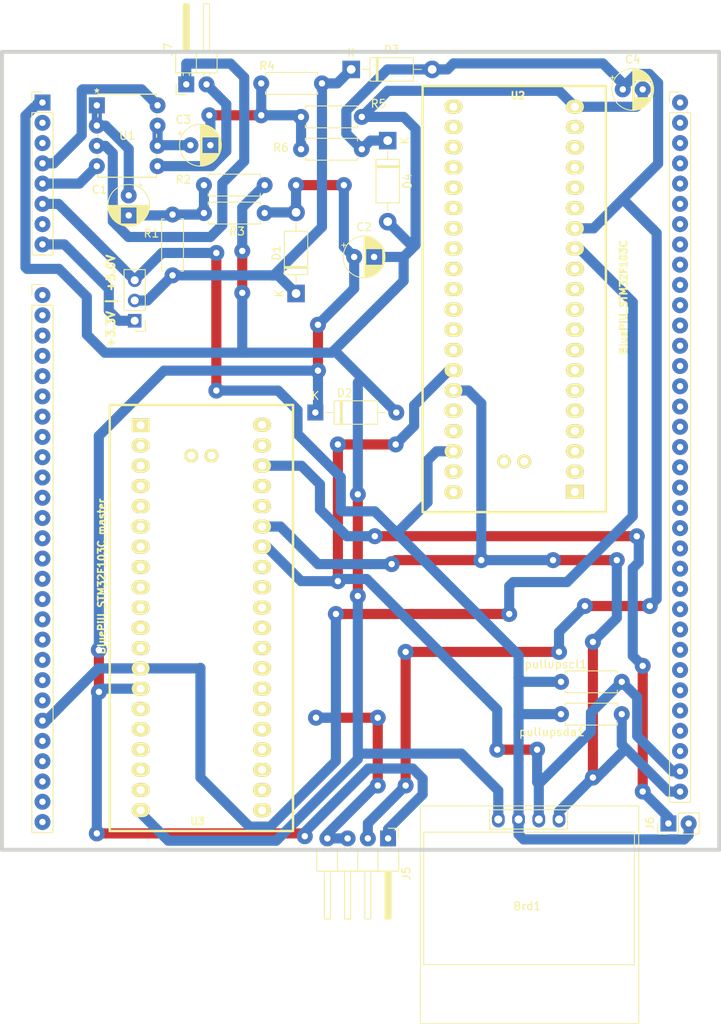
<source format=kicad_pcb>
(kicad_pcb (version 20221018) (generator pcbnew)
  (title_block (title "Barramento do EITduino") (date "2023-04-12") (rev "v01") (company "EITduino") (comment 1 "Autor: Gustavo Pinheiro") (comment 2 "Barramento proposto para uma placa 90x100 mm") (comment 3 "placa de face simples"))
  (layers (0 "F.Cu" signal) (31 "B.Cu" signal) (34 "B.Paste" user) (35 "F.Paste" user) (36 "B.SilkS" user "B.Silkscreen") (37 "F.SilkS" user "F.Silkscreen") (38 "B.Mask" user) (39 "F.Mask" user) (44 "Edge.Cuts" user))
  (net 0 "")
  (net 1 "+9V")
  (net 2 "-9V")
  (net 3 "+5V")
  (net 4 "-5V")
  (net 5 "+3.3V")
  (net 45 "Earth")
  (net 47 "I1")
  (net 48 "I2")
  (net 49 "Sin1")
  (net 50 "Sin2")
  (net 51 "SinA")
  (net 52 "SinB")
  (net 53 "SINC")
  (net 54 "SPI_COPI")
  (net 55 "SPI_CIPO")
  (net 56 "SPI_clk")
  (net 57 "CS (AD9833)")
  (net 58 "CS (X9c10x)")
  (net 59 "SCL3")
  (net 60 "SDA3")
  (net 61 "SCL2")
  (net 62 "SDA2")
  (net 63 "SCL1")
  (net 64 "SDA1")
  (net 65 "nó1")
  (net 66 "nó2")
  (net 67 "Amp_E1")
  (net 68 "nó3")
  (net 69 "nó4")
  (net 70 "Amp_E2")
  (net 71 "Vref")
  (net 72 "VCC")
  (net 73 "VEE")
  (net 74 "AmpI1")
  (net 75 "AmpI2")
  (net 78 "Net-(J6-Pin_1)")
  (net 79 "E1")
  (net 80 "E2")
  (footprint "Resistor_THT:R_Axial_DIN0207_L6.3mm_D2.5mm_P7.62mm_Horizontal" (layer "F.Cu") (at 126.03 56.65)
    (fp_text reference "R5")
    (fp_text value "100k")
  )
  (footprint "OLED_i2c:128x64OLED" (layer "F.Cu") (at 154.4 155.3)
    (fp_text reference "Brd1")
    (fp_text value "OLED")
  )
  (footprint "Resistor_THT:R_Axial_DIN0207_L6.3mm_D2.5mm_P7.62mm_Horizontal" (layer "F.Cu") (at 113.84 65.2)
    (fp_text reference "R2")
    (fp_text value "100k")
  )
  (footprint "Resistor_THT:R_Axial_DIN0207_L6.3mm_D2.5mm_P7.62mm_Horizontal" (layer "F.Cu") (at 113.84 68.7)
    (fp_text reference "R3")
    (fp_text value "220")
  )
  (footprint "Diode_THT:D_DO-41_SOD81_P10.16mm_Horizontal" (layer "F.Cu") (at 132.32 50.7)
    (fp_text reference "D3")
    (fp_text value "1N5819")
  )
  (footprint "Connector_PinHeader_2.54mm:PinHeader_1x02_P2.54mm_Vertical" (layer "F.Cu") (at 172.125 145.2 90)
    (fp_text reference "J6")
    (fp_text value "Vmaster")
  )
  (footprint "Diode_THT:D_DO-41_SOD81_P10.16mm_Horizontal" (layer "F.Cu") (at 136.9 59.62 -90)
    (fp_text reference "D4")
    (fp_text value "1N5819")
  )
  (footprint "Connector_PinHeader_2.54mm:PinHeader_1x35_P2.54mm_Vertical" (layer "F.Cu") (at 173.59 54.85)
    (fp_text reference "J4" hide)
    (fp_text value "comunicacao / sinais digitais" hide)
  )
  (footprint "Connector_PinHeader_2.54mm:PinHeader_1x02_P2.54mm_Horizontal" (layer "F.Cu") (at 111.625 52.575 90)
    (fp_text reference "J7")
    (fp_text value "Eletrodos")
  )
  (footprint "Diode_THT:D_DO-41_SOD81_P10.16mm_Horizontal" (layer "F.Cu") (at 125.4 78.78 90)
    (fp_text reference "D1")
    (fp_text value "1N5819")
  )
  (footprint "STM32_Bluepill:BluePill_STM32F103C" (layer "F.Cu") (at 160.4 103.5892 180)
    (fp_text reference "U2")
    (fp_text value "BluePill_STM32F103C")
  )
  (footprint "Resistor_THT:R_Axial_DIN0207_L6.3mm_D2.5mm_P7.62mm_Horizontal" (layer "F.Cu") (at 166.27 131.5 180)
    (fp_text reference "pullupsda1")
    (fp_text value "4k7")
  )
  (footprint "Capacitor_THT:CP_Radial_D5.0mm_P2.50mm" (layer "F.Cu") (at 112.15 60.2)
    (fp_text reference "C3")
    (fp_text value "1 uF")
  )
  (footprint "Connector_PinHeader_2.54mm:PinHeader_1x08_P2.54mm_Vertical" (layer "F.Cu") (at 93.58 54.85)
    (fp_text reference "J2" hide)
    (fp_text value "tensoes")
  )
  (footprint "Connector_PinHeader_2.54mm:PinHeader_1x27_P2.54mm_Vertical" (layer "F.Cu") (at 93.58 78.98)
    (fp_text reference "J3" hide)
    (fp_text value "sinais analogicos")
  )
  (footprint "Connector_PinHeader_2.54mm:PinHeader_1x04_P2.54mm_Horizontal" (layer "F.Cu") (at 136.95 147.075 -90)
    (fp_text reference "J5")
    (fp_text value "sinais_condicionados")
  )
  (footprint "AD828:N_8_ADI" (layer "F.Cu") (at 100.4 55.2)
    (fp_text reference "U1")
    (fp_text value "AD828AN")
  )
  (footprint "Resistor_THT:R_Axial_DIN0207_L6.3mm_D2.5mm_P7.62mm_Horizontal" (layer "F.Cu") (at 109.9 76.51 90)
    (fp_text reference "R1")
    (fp_text value "100k")
  )
  (footprint "Diode_THT:D_DO-41_SOD81_P10.16mm_Horizontal" (layer "F.Cu") (at 127.82 93.7)
    (fp_text reference "D2")
    (fp_text value "1N5819")
  )
  (footprint "STM32_Bluepill:BluePill_STM32F103C" (layer "F.Cu") (at 105.9 95.34)
    (fp_text reference "U3")
    (fp_text value "BluePill_STM32F103C_master")
  )
  (footprint "Resistor_THT:R_Axial_DIN0207_L6.3mm_D2.5mm_P7.62mm_Horizontal" (layer "F.Cu") (at 126.03 60.7)
    (fp_text reference "R6")
    (fp_text value "220")
  )
  (footprint "Connector_PinHeader_2.54mm:PinHeader_1x03_P2.54mm_Vertical" (layer "F.Cu") (at 105.15 82.2 180)
    (fp_text reference "J1" hide)
    (fp_text value "Vref")
  )
  (footprint "Resistor_THT:R_Axial_DIN0207_L6.3mm_D2.5mm_P7.62mm_Horizontal" (layer "F.Cu") (at 166.27 127.45 180)
    (fp_text reference "pullupscl1")
    (fp_text value "4k7")
  )
  (footprint "Resistor_THT:R_Axial_DIN0207_L6.3mm_D2.5mm_P7.62mm_Horizontal" (layer "F.Cu") (at 128.65 52.45 180)
    (fp_text reference "R4")
    (fp_text value "100k")
  )
  (footprint "Capacitor_THT:CP_Radial_D5.0mm_P2.50mm" (layer "F.Cu") (at 166.4 53.2)
    (fp_text reference "C4")
    (fp_text value "470 pF")
  )
  (footprint "Capacitor_THT:CP_Radial_D5.0mm_P2.50mm" (layer "F.Cu") (at 132.694888 74.2)
    (fp_text reference "C2")
    (fp_text value "470 pF")
  )
  (footprint "Capacitor_THT:CP_Radial_D5.0mm_P2.50mm" (layer "F.Cu") (at 104.4 66.494888 -90)
    (fp_text reference "C1")
    (fp_text value "1 uF")
  )
  (gr_line (start 178.5 48.5) (end 88.5 48.5) (stroke (width 0.5)) (layer "Edge.Cuts"))
  (gr_line (start 178.5 148.5) (end 178.5 48.5) (stroke (width 0.5)) (layer "Edge.Cuts"))
  (gr_line (start 178.49982 148.4998) (end 88.5 148.4998) (stroke (width 0.5)) (layer "Edge.Cuts"))
  (gr_line (start 88.5 48.5) (end 88.5 148.4998) (stroke (width 0.5)) (layer "Edge.Cuts"))
  (gr_text "+3.3V | +5.0V" (at 102.75 79.75 90) (layer "F.SilkS") (effects (font (size 1.016 1.016) (thickness 0.254) bold) (justify bottom)))
  (segment (start 94.994213 62.47) (end 98.503 58.961213) (width 1.27) (layer "B.Cu") (net 1))
  (segment (start 106.02 53.2) (end 108.02 55.2) (width 1.27) (layer "B.Cu") (net 1))
  (segment (start 98.606 53.2) (end 106.02 53.2) (width 1.27) (layer "B.Cu") (net 1))
  (segment (start 93.58 62.47) (end 94.994213 62.47) (width 1.27) (layer "B.Cu") (net 1))
  (segment (start 98.503 58.961213) (end 98.503 53.303) (width 1.27) (layer "B.Cu") (net 1))
  (segment (start 98.503 53.303) (end 98.606 53.2) (width 1.27) (layer "B.Cu") (net 1))
  (segment (start 93.58 65.01) (end 98.21 65.01) (width 1.27) (layer "B.Cu") (net 2))
  (segment (start 98.21 65.01) (end 100.4 62.82) (width 1.27) (layer "B.Cu") (net 2))
  (segment (start 115.4 73.7) (end 115.4 90.95) (width 1.27) (layer "F.Cu") (net 3))
  (via (at 115.4 90.95) (size 2) (drill 0.8) (layers "F.Cu" "B.Cu") (net 3))
  (via (at 115.4 73.7) (size 2) (drill 0.8) (layers "F.Cu" "B.Cu") (net 3))
  (segment (start 153.32 126.95) (end 153.32 131.7) (width 1.27) (layer "B.Cu") (net 3))
  (segment (start 105.15 77.12) (end 108.57 73.7) (width 1.27) (layer "B.Cu") (net 3))
  (segment (start 115.4 90.95) (end 123.15 90.95) (width 1.27) (layer "B.Cu") (net 3))
  (segment (start 153.52 131.5) (end 153.32 131.7) (width 1.27) (layer "B.Cu") (net 3))
  (segment (start 105.15 77.12) (end 95.58 67.55) (width 1.27) (layer "B.Cu") (net 3))
  (segment (start 138.025 108.825) (end 153.32 124.12) (width 1.27) (layer "B.Cu") (net 3))
  (segment (start 138.025 108.825) (end 141.9 104.95) (width 1.27) (layer "B.Cu") (net 3))
  (segment (start 158.65 131.5) (end 153.52 131.5) (width 1.27) (layer "B.Cu") (net 3))
  (segment (start 153.32 146.57) (end 153.32 144.7) (width 1.27) (layer "B.Cu") (net 3))
  (segment (start 158.65 127.45) (end 153.82 127.45) (width 1.27) (layer "B.Cu") (net 3))
  (segment (start 131.015 105.95) (end 131.15 106.085) (width 1.27) (layer "B.Cu") (net 3))
  (segment (start 125.585 96.385) (end 131.015 101.815) (width 1.27) (layer "B.Cu") (net 3))
  (segment (start 125.585 93.385) (end 125.585 96.385) (width 1.27) (layer "B.Cu") (net 3))
  (segment (start 174.095 147.2) (end 153.95 147.2) (width 1.27) (layer "B.Cu") (net 3))
  (segment (start 153.32 124.12) (end 153.32 126.95) (width 1.27) (layer "B.Cu") (net 3))
  (segment (start 123.15 90.95) (end 125.585 93.385) (width 1.27) (layer "B.Cu") (net 3))
  (segment (start 143.04 98.56) (end 145.16 98.56) (width 1.27) (layer "B.Cu") (net 3))
  (segment (start 141.9 104.95) (end 141.9 99.7) (width 1.27) (layer "B.Cu") (net 3))
  (segment (start 174.665 145.2) (end 174.665 146.63) (width 1.27) (layer "B.Cu") (net 3))
  (segment (start 131.015 101.815) (end 131.015 105.95) (width 1.27) (layer "B.Cu") (net 3))
  (segment (start 131.15 106.085) (end 135.285 106.085) (width 1.27) (layer "B.Cu") (net 3))
  (segment (start 145.02 98.7) (end 145.16 98.56) (width 1.27) (layer "B.Cu") (net 3))
  (segment (start 153.82 127.45) (end 153.32 126.95) (width 1.27) (layer "B.Cu") (net 3))
  (segment (start 95.58 67.55) (end 93.58 67.55) (width 1.27) (layer "B.Cu") (net 3))
  (segment (start 135.285 106.085) (end 138.025 108.825) (width 1.27) (layer "B.Cu") (net 3))
  (segment (start 174.665 146.63) (end 174.095 147.2) (width 1.27) (layer "B.Cu") (net 3))
  (segment (start 141.9 99.7) (end 143.04 98.56) (width 1.27) (layer "B.Cu") (net 3))
  (segment (start 153.95 147.2) (end 153.32 146.57) (width 1.27) (layer "B.Cu") (net 3))
  (segment (start 153.32 144.7) (end 153.32 131.7) (width 1.27) (layer "B.Cu") (net 3))
  (segment (start 108.57 73.7) (end 115.4 73.7) (width 1.27) (layer "B.Cu") (net 3))
  (segment (start 101.9 78.2) (end 96.33 72.63) (width 1.27) (layer "B.Cu") (net 5))
  (segment (start 103.15 82.2) (end 101.9 80.95) (width 1.27) (layer "B.Cu") (net 5))
  (segment (start 105.15 82.2) (end 103.15 82.2) (width 1.27) (layer "B.Cu") (net 5))
  (segment (start 101.9 80.95) (end 101.9 78.2) (width 1.27) (layer "B.Cu") (net 5))
  (segment (start 96.33 72.63) (end 93.58 72.63) (width 1.27) (layer "B.Cu") (net 5))
  (segment (start 133.15 103.95) (end 133.15 116.7) (width 1.27) (layer "F.Cu") (net 45))
  (segment (start 118.65 73.45) (end 118.65 78.7) (width 1.27) (layer "F.Cu") (net 45))
  (via (at 133.15 116.7) (size 2) (drill 0.8) (layers "F.Cu" "B.Cu") (net 45))
  (via (at 133.15 103.95) (size 2) (drill 0.8) (layers "F.Cu" "B.Cu") (net 45))
  (via (at 118.65 78.7) (size 2) (drill 0.8) (layers "F.Cu" "B.Cu") (net 45))
  (via (at 118.65 73.45) (size 2) (drill 0.8) (layers "F.Cu" "B.Cu") (net 45))
  (segment (start 140.4 72.7) (end 140.4 58.15) (width 1.27) (layer "B.Cu") (net 45))
  (segment (start 138.9 74.2) (end 140.4 72.7) (width 1.27) (layer "B.Cu") (net 45))
  (segment (start 91.65 75.7) (end 95.65 75.7) (width 1.27) (layer "B.Cu") (net 45))
  (segment (start 138.9 77.2) (end 138.9 74.2) (width 1.27) (layer "B.Cu") (net 45))
  (segment (start 118.65 86.2) (end 129.9 86.2) (width 1.27) (layer "B.Cu") (net 45))
  (segment (start 91.445 75.495) (end 91.65 75.7) (width 1.27) (layer "B.Cu") (net 45))
  (segment (start 137.98 93.7) (end 133.69 89.41) (width 1.27) (layer "B.Cu") (net 45))
  (segment (start 133.15 136.45) (end 133.15 137.130205) (width 1.27) (layer "B.Cu") (net 45))
  (segment (start 168.9 54.57) (end 168.9 53.2) (width 1.27) (layer "B.Cu") (net 45))
  (segment (start 133.15 137.130205) (end 122.915405 147.3648) (width 1.27) (layer "B.Cu") (net 45))
  (segment (start 138.9 56.65) (end 133.65 56.65) (width 1.27) (layer "B.Cu") (net 45))
  (segment (start 93.58 54.85) (end 93.100654 54.85) (width 1.27) (layer "B.Cu") (net 45))
  (segment (start 133.15 136.45) (end 146.15 136.45) (width 1.27) (layer "B.Cu") (net 45))
  (segment (start 99.15 79.2) (end 99.15 81.7) (width 1.27) (layer "B.Cu") (net 45))
  (segment (start 133.69 89.41) (end 130.23 85.95) (width 1.27) (layer "B.Cu") (net 45))
  (segment (start 129.9 86.2) (end 130.15 85.95) (width 1.27) (layer "B.Cu") (net 45))
  (segment (start 118.65 68.01) (end 118.65 73.45) (width 1.27) (layer "B.Cu") (net 45))
  (segment (start 118.65 78.7) (end 118.65 86.2) (width 1.27) (layer "B.Cu") (net 45))
  (segment (start 121.46 65.2) (end 118.65 68.01) (width 1.27) (layer "B.Cu") (net 45))
  (segment (start 95.9 75.95) (end 99.15 79.2) (width 1.27) (layer "B.Cu") (net 45))
  (segment (start 130.23 85.95) (end 130.15 85.95) (width 1.27) (layer "B.Cu") (net 45))
  (segment (start 136.9186 53.3814) (end 158.4014 53.3814) (width 1.27) (layer "B.Cu") (net 45))
  (segment (start 139.82 72.7) (end 140.4 72.7) (width 1.27) (layer "B.Cu") (net 45))
  (segment (start 133.65 56.65) (end 136.9186 53.3814) (width 1.27) (layer "B.Cu") (net 45))
  (segment (start 133.15 103.95) (end 133.15 89.95) (width 1.27) (layer "B.Cu") (net 45))
  (segment (start 135.4 80.7) (end 138.9 77.2) (width 1.27) (layer "B.Cu") (net 45))
  (segment (start 91.445 56.505654) (end 91.445 75.495) (width 1.27) (layer "B.Cu") (net 45))
  (segment (start 133.15 89.95) (end 133.69 89.41) (width 1.27) (layer "B.Cu") (net 45))
  (segment (start 130.15 85.95) (end 135.4 80.7) (width 1.27) (layer "B.Cu") (net 45))
  (segment (start 93.100654 54.85) (end 91.445 56.505654) (width 1.27) (layer "B.Cu") (net 45))
  (segment (start 135.194888 74.2) (end 138.9 74.2) (width 1.27) (layer "B.Cu") (net 45))
  (segment (start 168.09 55.38) (end 168.9 54.57) (width 1.27) (layer "B.Cu") (net 45))
  (segment (start 158.4014 53.3814) (end 160.4 55.38) (width 1.27) (layer "B.Cu") (net 45))
  (segment (start 95.65 75.7) (end 95.9 75.95) (width 1.27) (layer "B.Cu") (net 45))
  (segment (start 101.4 86.2) (end 118.65 86.2) (width 1.27) (layer "B.Cu") (net 45))
  (segment (start 99.15 81.7) (end 99.15 83.95) (width 1.27) (layer "B.Cu") (net 45))
  (segment (start 150.78 144.7) (end 150.78 141.08) (width 1.27) (layer "B.Cu") (net 45))
  (segment (start 136.9 69.78) (end 139.82 72.7) (width 1.27) (layer "B.Cu") (net 45))
  (segment (start 140.4 58.15) (end 138.9 56.65) (width 1.27) (layer "B.Cu") (net 45))
  (segment (start 133.15 116.7) (end 133.15 136.45) (width 1.27) (layer "B.Cu") (net 45))
  (segment (start 99.15 83.95) (end 101.4 86.2) (width 1.27) (layer "B.Cu") (net 45))
  (segment (start 109.3648 147.3648) (end 105.9 143.9) (width 1.27) (layer "B.Cu") (net 45))
  (segment (start 160.4 55.38) (end 168.09 55.38) (width 1.27) (layer "B.Cu") (net 45))
  (segment (start 146.15 136.45) (end 150.78 141.08) (width 1.27) (layer "B.Cu") (net 45))
  (segment (start 122.915405 147.3648) (end 109.3648 147.3648) (width 1.27) (layer "B.Cu") (net 45))
  (segment (start 137.9 97.7) (end 130.65 97.7) (width 1.27) (layer "F.Cu") (net 63))
  (segment (start 150.65 135.95) (end 155.65 135.95) (width 1.27) (layer "F.Cu") (net 63))
  (segment (start 130.65 97.7) (end 130.65 114.8345) (width 1.27) (layer "F.Cu") (net 63))
  (via (at 150.65 135.95) (size 2) (drill 0.8) (layers "F.Cu" "B.Cu") (net 63))
  (via (at 137.9 97.7) (size 2) (drill 0.8) (layers "F.Cu" "B.Cu") (net 63))
  (via (at 130.65 114.8345) (size 2) (drill 0.8) (layers "F.Cu" "B.Cu") (net 63))
  (via (at 130.65 97.7) (size 2) (drill 0.8) (layers "F.Cu" "B.Cu") (net 63))
  (via (at 155.65 135.95) (size 2) (drill 0.8) (layers "F.Cu" "B.Cu") (net 63))
  (segment (start 126.0345 114.8345) (end 121.7292 110.5292) (width 1.27) (layer "B.Cu") (net 63))
  (segment (start 130.65 114.8345) (end 130.9195 114.565) (width 1.27) (layer "B.Cu") (net 63))
  (segment (start 155.65 135.95) (end 155.65 140.03) (width 1.27) (layer "B.Cu") (net 63))
  (segment (start 144.612153 88.4) (end 140.215 92.797153) (width 1.27) (layer "B.Cu") (net 63))
  (segment (start 140.215 92.797153) (end 140.215 95.385) (width 1.27) (layer "B.Cu") (net 63))
  (segment (start 162.4 133.7) (end 162.4 131.32) (width 1.27) (layer "B.Cu") (net 63))
  (segment (start 150.65 130.95) (end 150.65 135.95) (width 1.27) (layer "B.Cu") (net 63))
  (segment (start 140.215 95.385) (end 137.9 97.7) (width 1.27) (layer "B.Cu") (net 63))
  (segment (start 166.27 127.45) (end 168.205 129.385) (width 1.27) (layer "B.Cu") (net 63))
  (segment (start 155.86 144.7) (end 155.86 140.24) (width 1.27) (layer "B.Cu") (net 63))
  (segment (start 162.4 131.32) (end 166.27 127.45) (width 1.27) (layer "B.Cu") (net 63))
  (segment (start 134.265 114.565) (end 150.65 130.95) (width 1.27) (layer "B.Cu") (net 63))
  (segment (start 172.62 138.67) (end 173.59 138.67) (width 1.27) (layer "B.Cu") (net 63))
  (segment (start 155.65 140.03) (end 155.86 140.24) (width 1.27) (layer "B.Cu") (net 63))
  (segment (start 168.205 129.385) (end 168.205 134.255) (width 1.27) (layer "B.Cu") (net 63))
  (segment (start 130.65 114.8345) (end 126.0345 114.8345) (width 1.27) (layer "B.Cu") (net 63))
  (segment (start 155.86 140.24) (end 162.4 133.7) (width 1.27) (layer "B.Cu") (net 63))
  (segment (start 145.16 88.4) (end 144.612153 88.4) (width 1.27) (layer "B.Cu") (net 63))
  (segment (start 130.9195 114.565) (end 134.265 114.565) (width 1.27) (layer "B.Cu") (net 63))
  (segment (start 121.7292 110.5292) (end 121.14 110.5292) (width 1.27) (layer "B.Cu") (net 63))
  (segment (start 168.205 134.255) (end 172.62 138.67) (width 1.27) (layer "B.Cu") (net 63))
  (segment (start 157.65 112.2) (end 165.65 112.2) (width 1.27) (layer "F.Cu") (net 64))
  (segment (start 137.4 112.7) (end 137.9 112.2) (width 1.27) (layer "F.Cu") (net 64))
  (segment (start 137.9 112.2) (end 148.65 112.2) (width 1.27) (layer "F.Cu") (net 64))
  (segment (start 162.65 139.45) (end 162.65 122.7) (width 1.27) (layer "F.Cu") (net 64))
  (via (at 162.65 122.45) (size 2) (drill 0.8) (layers "F.Cu" "B.Cu") (net 64))
  (via (at 157.65 112.2) (size 2) (drill 0.8) (layers "F.Cu" "B.Cu") (net 64))
  (via (at 137.4 112.7) (size 2) (drill 0.8) (layers "F.Cu" "B.Cu") (net 64))
  (via (at 165.65 112.2) (size 2) (drill 0.8) (layers "F.Cu" "B.Cu") (net 64))
  (via (at 162.65 139.45) (size 2) (drill 0.8) (layers "F.Cu" "B.Cu") (net 64))
  (via (at 148.65 112.2) (size 2) (drill 0.8) (layers "F.Cu" "B.Cu") (net 64))
  (segment (start 128.15 112.7) (end 137.4 112.7) (width 1.27) (layer "B.Cu") (net 64))
  (segment (start 158.4 144.7) (end 158.4 143.7) (width 1.27) (layer "B.Cu") (net 64))
  (segment (start 166.782894 135.817106) (end 163.15 139.45) (width 1.27) (layer "B.Cu") (net 64))
  (segment (start 158.4 143.7) (end 162.65 139.45) (width 1.27) (layer "B.Cu") (net 64))
  (segment (start 147.0322 90.94) (end 145.16 90.94) (width 1.27) (layer "B.Cu") (net 64))
  (segment (start 166.27 131.5) (end 166.27 135.304213) (width 1.27) (layer "B.Cu") (net 64))
  (segment (start 165.65 112.2) (end 165.65 119.45) (width 1.27) (layer "B.Cu") (net 64))
  (segment (start 165.65 119.45) (end 162.65 122.45) (width 1.27) (layer "B.Cu") (net 64))
  (segment (start 123.4392 107.9892) (end 128.15 112.7) (width 1.27) (layer "B.Cu") (net 64))
  (segment (start 166.782894 135.817106) (end 172.175787 141.21) (width 1.27) (layer "B.Cu") (net 64))
  (segment (start 148.65 112.2) (end 157.65 112.2) (width 1.27) (layer "B.Cu") (net 64))
  (segment (start 166.27 135.304213) (end 166.782894 135.817106) (width 1.27) (layer "B.Cu") (net 64))
  (segment (start 148.65 92.5578) (end 147.0322 90.94) (width 1.27) (layer "B.Cu") (net 64))
  (segment (start 121.14 107.9892) (end 123.4392 107.9892) (width 1.27) (layer "B.Cu") (net 64))
  (segment (start 172.175787 141.21) (end 173.59 141.21) (width 1.27) (layer "B.Cu") (net 64))
  (segment (start 148.65 112.2) (end 148.65 92.5578) (width 1.27) (layer "B.Cu") (net 64))
  (segment (start 163.15 139.45) (end 162.65 139.45) (width 1.27) (layer "B.Cu") (net 64))
  (segment (start 104.4 60.66237) (end 104.4 66.494888) (width 1.27) (layer "B.Cu") (net 65))
  (segment (start 100.4 57.74) (end 100.4 55.2) (width 1.27) (layer "B.Cu") (net 65))
  (segment (start 101.47763 57.74) (end 104.4 60.66237) (width 1.27) (layer "B.Cu") (net 65))
  (segment (start 100.4 57.74) (end 101.47763 57.74) (width 1.27) (layer "B.Cu") (net 65))
  (segment (start 109.795112 68.994888) (end 109.9 68.89) (width 1.27) (layer "B.Cu") (net 66))
  (segment (start 104.4 68.994888) (end 109.795112 68.994888) (width 1.27) (layer "B.Cu") (net 66))
  (segment (start 113.84 68.7) (end 113.84 65.2) (width 1.27) (layer "B.Cu") (net 66))
  (segment (start 109.9 68.89) (end 113.65 68.89) (width 1.27) (layer "B.Cu") (net 66))
  (segment (start 113.65 68.89) (end 113.84 68.7) (width 1.27) (layer "B.Cu") (net 66))
  (segment (start 100.4 146.45) (end 126.150001 146.45) (width 1.27) (layer "F.Cu") (net 67))
  (segment (start 126.150001 146.45) (end 126.499423 146.799422) (width 1.27) (layer "F.Cu") (net 67))
  (segment (start 100.65932 123.45932) (end 100.65 123.45) (width 1.27) (layer "F.Cu") (net 67))
  (segment (start 128.15 82.7) (end 128.15 88.45) (width 1.27) (layer "F.Cu") (net 67))
  (segment (start 100.65932 128.70932) (end 100.65932 123.45932) (width 1.27) (layer "F.Cu") (net 67))
  (segment (start 125.4 65.2) (end 131.4 65.2) (width 1.27) (layer "F.Cu") (net 67))
  (via (at 131.4 65.2) (size 2) (drill 0.8) (layers "F.Cu" "B.Cu") (net 67))
  (via (at 100.4 146.45) (size 2) (drill 0.8) (layers "F.Cu" "B.Cu") (net 67))
  (via (at 125.4 65.2) (size 2) (drill 0.8) (layers "F.Cu" "B.Cu") (net 67))
  (via (at 128.15 82.7) (size 2) (drill 0.8) (layers "F.Cu" "B.Cu") (net 67))
  (via (at 100.65 123.45) (size 2) (drill 0.8) (layers "F.Cu" "B.Cu") (net 67))
  (via (at 100.65932 128.70932) (size 2) (drill 0.8) (layers "F.Cu" "B.Cu") (net 67))
  (via (at 128.15 88.45) (size 2) (drill 0.8) (layers "F.Cu" "B.Cu") (net 67))
  (via (at 126.499423 146.799422) (size 2) (drill 0.8) (layers "F.Cu" "B.Cu") (net 67))
  (segment (start 134.468363 138.315) (end 140.034346 138.315) (width 1.27) (layer "B.Cu") (net 67))
  (segment (start 108.8314 88.45) (end 128.15 88.45) (width 1.27) (layer "B.Cu") (net 67))
  (segment (start 125.4 68.62) (end 121.54 68.62) (width 1.27) (layer "B.Cu") (net 67))
  (segment (start 125.4 68.62) (end 125.4 65.2) (width 1.27) (layer "B.Cu") (net 67))
  (segment (start 100.65932 128.70932) (end 100.4 128.96864) (width 1.27) (layer "B.Cu") (net 67))
  (segment (start 121.54 68.62) (end 121.46 68.7) (width 1.27) (layer "B.Cu") (net 67))
  (segment (start 128.15 88.45) (end 128.15 93.37) (width 1.27) (layer "B.Cu") (net 67))
  (segment (start 100.65 96.6314) (end 108.8314 88.45) (width 1.27) (layer "B.Cu") (net 67))
  (segment (start 131.4 72.905112) (end 132.694888 74.2) (width 1.27) (layer "B.Cu") (net 67))
  (segment (start 126.499423 146.799422) (end 126.499423 146.28394) (width 1.27) (layer "B.Cu") (net 67))
  (segment (start 131.4 65.2) (end 131.4 72.905112) (width 1.27) (layer "B.Cu") (net 67))
  (segment (start 140.034346 138.315) (end 141.285 139.565654) (width 1.27) (layer "B.Cu") (net 67))
  (segment (start 100.69 128.66) (end 100.65 128.7) (width 1.27) (layer "B.Cu") (net 67))
  (segment (start 100.65 128.7) (end 100.65932 128.70932) (width 1.27) (layer "B.Cu") (net 67))
  (segment (start 132.694888 78.155112) (end 128.15 82.7) (width 1.27) (layer "B.Cu") (net 67))
  (segment (start 100.65 123.45) (end 100.65 96.6314) (width 1.27) (layer "B.Cu") (net 67))
  (segment (start 101.05944 128.3092) (end 100.65932 128.70932) (width 1.27) (layer "B.Cu") (net 67))
  (segment (start 100.4 128.96864) (end 100.4 146.45) (width 1.27) (layer "B.Cu") (net 67))
  (segment (start 132.694888 74.2) (end 132.694888 78.155112) (width 1.27) (layer "B.Cu") (net 67))
  (segment (start 126.499423 146.28394) (end 134.468363 138.315) (width 1.27) (layer "B.Cu") (net 67))
  (segment (start 141.285 139.565654) (end 141.285 141.565) (width 1.27) (layer "B.Cu") (net 67))
  (segment (start 136.95 145.9) (end 136.95 147.075) (width 1.27) (layer "B.Cu") (net 67))
  (segment (start 105.9 128.3092) (end 101.05944 128.3092) (width 1.27) (layer "B.Cu") (net 67))
  (segment (start 128.15 93.37) (end 127.82 93.7) (width 1.27) (layer "B.Cu") (net 67))
  (segment (start 141.285 141.565) (end 136.95 145.9) (width 1.27) (layer "B.Cu") (net 67))
  (segment (start 112.15 60.2) (end 108.1 60.2) (width 1.27) (layer "B.Cu") (net 68))
  (segment (start 108.1 60.2) (end 108.02 60.28) (width 1.27) (layer "B.Cu") (net 68))
  (segment (start 108.02 57.74) (end 108.02 60.28) (width 1.27) (layer "B.Cu") (net 68))
  (segment (start 114.5155 56.45) (end 121.0345 56.45) (width 1.27) (layer "F.Cu") (net 69))
  (via (at 114.5155 56.45) (size 2) (drill 0.8) (layers "F.Cu" "B.Cu") (net 69))
  (via (at 121.0345 56.45) (size 2) (drill 0.8) (layers "F.Cu" "B.Cu") (net 69))
  (segment (start 125.83 56.45) (end 126.03 56.65) (width 1.27) (layer "B.Cu") (net 69))
  (segment (start 121.0345 52.4545) (end 121.03 52.45) (width 1.27) (layer "B.Cu") (net 69))
  (segment (start 114.65 56.45) (end 114.5155 56.45) (width 1.27) (layer "B.Cu") (net 69))
  (segment (start 121.0345 56.45) (end 121.0345 52.4545) (width 1.27) (layer "B.Cu") (net 69))
  (segment (start 114.65 60.2) (end 114.65 56.45) (width 1.27) (layer "B.Cu") (net 69))
  (segment (start 121.0345 56.45) (end 125.83 56.45) (width 1.27) (layer "B.Cu") (net 69))
  (segment (start 126.03 56.65) (end 126.03 60.7) (width 1.27) (layer "B.Cu") (net 69))
  (segment (start 161.65 117.95) (end 169.7845 117.95) (width 1.27) (layer "F.Cu") (net 70))
  (segment (start 139.15 123.7) (end 158.4 123.7) (width 1.27) (layer "F.Cu") (net 70))
  (segment (start 139.15 123.7) (end 139.15 140.45) (width 1.27) (layer "F.Cu") (net 70))
  (via (at 139.15 123.7) (size 2) (drill 0.8) (layers "F.Cu" "B.Cu") (net 70))
  (via (at 169.7845 117.95) (size 2) (drill 0.8) (layers "F.Cu" "B.Cu") (net 70))
  (via (at 158.4 123.7) (size 2) (drill 0.8) (layers "F.Cu" "B.Cu") (net 70))
  (via (at 161.65 117.95) (size 2) (drill 0.8) (layers "F.Cu" "B.Cu") (net 70))
  (via (at 139.15 140.45) (size 2) (drill 0.8) (layers "F.Cu" "B.Cu") (net 70))
  (segment (start 166.4 53.2) (end 166.4 52.45) (width 1.27) (layer "B.Cu") (net 70))
  (segment (start 139.15 140.45) (end 134.41 145.19) (width 1.27) (layer "B.Cu") (net 70))
  (segment (start 169.7845 117.95) (end 170.65 117.0845) (width 1.27) (layer "B.Cu") (net 70))
  (segment (start 170.835 52.385) (end 170.835 62.515) (width 1.27) (layer "B.Cu") (net 70))
  (segment (start 166.4 66.95) (end 162.73 70.62) (width 1.27) (layer "B.Cu") (net 70))
  (segment (start 163.9 49.95) (end 145.15 49.95) (width 1.27) (layer "B.Cu") (net 70))
  (segment (start 134.73 59.62) (end 133.65 60.7) (width 1.27) (layer "B.Cu") (net 70))
  (segment (start 170.65 71.2) (end 166.4 66.95) (width 1.27) (layer "B.Cu") (net 70))
  (segment (start 134.41 145.19) (end 134.41 147.075) (width 1.27) (layer "B.Cu") (net 70))
  (segment (start 170.65 117.0845) (end 170.65 71.2) (width 1.27) (layer "B.Cu") (net 70))
  (segment (start 136.9 59.62) (end 134.73 59.62) (width 1.27) (layer "B.Cu") (net 70))
  (segment (start 145.15 49.95) (end 144.4 50.7) (width 1.27) (layer "B.Cu") (net 70))
  (segment (start 166.4 52.45) (end 163.9 49.95) (width 1.27) (layer "B.Cu") (net 70))
  (segment (start 162.73 70.62) (end 160.4 70.62) (width 1.27) (layer "B.Cu") (net 70))
  (segment (start 144.4 50.7) (end 142.48 50.7) (width 1.27) (layer "B.Cu") (net 70))
  (segment (start 166.4 52.963496) (end 168.098496 51.265) (width 1.27) (layer "B.Cu") (net 70))
  (segment (start 169.715 51.265) (end 170.835 52.385) (width 1.27) (layer "B.Cu") (net 70))
  (segment (start 136.863496 50.7) (end 131.715 55.848496) (width 1.27) (layer "B.Cu") (net 70))
  (segment (start 131.715 55.848496) (end 131.715 58.765) (width 1.27) (layer "B.Cu") (net 70))
  (segment (start 158.4 123.7) (end 158.4 121.2) (width 1.27) (layer "B.Cu") (net 70))
  (segment (start 166.4 53.2) (end 166.4 52.963496) (width 1.27) (layer "B.Cu") (net 70))
  (segment (start 170.835 62.515) (end 166.4 66.95) (width 1.27) (layer "B.Cu") (net 70))
  (segment (start 131.715 58.765) (end 133.65 60.7) (width 1.27) (layer "B.Cu") (net 70))
  (segment (start 142.48 50.7) (end 136.863496 50.7) (width 1.27) (layer "B.Cu") (net 70))
  (segment (start 168.098496 51.265) (end 169.715 51.265) (width 1.27) (layer "B.Cu") (net 70))
  (segment (start 158.4 121.2) (end 161.65 117.95) (width 1.27) (layer "B.Cu") (net 70))
  (segment (start 109.9 76.51) (end 122.4 76.51) (width 1.27) (layer "B.Cu") (net 71))
  (segment (start 106.75 79.66) (end 109.9 76.51) (width 1.27) (layer "B.Cu") (net 71))
  (segment (start 123.13 76.51) (end 125.4 78.78) (width 1.27) (layer "B.Cu") (net 71))
  (segment (start 122.59 76.51) (end 128.65 70.45) (width 1.27) (layer "B.Cu") (net 71))
  (segment (start 128.65 70.45) (end 128.65 52.45) (width 1.27) (layer "B.Cu") (net 71))
  (segment (start 122.4 76.51) (end 123.13 76.51) (width 1.27) (layer "B.Cu") (net 71))
  (segment (start 130.57 52.45) (end 132.32 50.7) (width 1.27) (layer "B.Cu") (net 71))
  (segment (start 128.65 52.45) (end 130.57 52.45) (width 1.27) (layer "B.Cu") (net 71))
  (segment (start 105.15 79.66) (end 106.75 79.66) (width 1.27) (layer "B.Cu") (net 71))
  (segment (start 122.4 76.51) (end 122.59 76.51) (width 1.27) (layer "B.Cu") (net 71))
  (segment (start 127.9 131.95) (end 135.65 131.95) (width 1.27) (layer "F.Cu") (net 74))
  (segment (start 152.15 118.95) (end 130.4 118.95) (width 1.27) (layer "F.Cu") (net 74))
  (segment (start 135.65 131.95) (end 135.65 140.45) (width 1.27) (layer "F.Cu") (net 74))
  (via (at 152.15 118.95) (size 2) (drill 0.8) (layers "F.Cu" "B.Cu") (net 74))
  (via (at 135.65 140.45) (size 2) (drill 0.8) (layers "F.Cu" "B.Cu") (net 74))
  (via (at 135.65 131.95) (size 2) (drill 0.8) (layers "F.Cu" "B.Cu") (net 74))
  (via (at 127.9 131.95) (size 2) (drill 0.8) (layers "F.Cu" "B.Cu") (net 74))
  (via (at 130.4 118.95) (size 2) (drill 0.8) (layers "F.Cu" "B.Cu") (net 74))
  (segment (start 129.33 147.075) (end 129.33 146.52) (width 1.27) (layer "B.Cu") (net 74))
  (segment (start 127.9 131.95) (end 130.4 131.95) (width 1.27) (layer "B.Cu") (net 74))
  (segment (start 113.3308 125.7692) (end 105.9 125.7692) (width 1.27) (layer "B.Cu") (net 74))
  (segment (start 130.4 131.95) (end 130.4 137.377047) (width 1.27) (layer "B.Cu") (net 74))
  (segment (start 131.87 147.075) (end 129.33 147.075) (width 1.27) (layer "B.Cu") (net 74))
  (segment (start 130.4 137.377047) (end 122.182247 145.5948) (width 1.27) (layer "B.Cu") (net 74))
  (segment (start 94.059346 132.32) (end 93.58 132.32) (width 1.27) (layer "B.Cu") (net 74))
  (segment (start 95.715 130.635) (end 95.715 130.664346) (width 1.27) (layer "B.Cu") (net 74))
  (segment (start 122.182247 145.5948) (end 119.5448 145.5948) (width 1.27) (layer "B.Cu") (net 74))
  (segment (start 152.15 118.95) (end 152.15 115.45) (width 1.27) (layer "B.Cu") (net 74))
  (segment (start 129.33 146.52) (end 135.4 140.45) (width 1.27) (layer "B.Cu") (net 74))
  (segment (start 119.5448 145.5948) (end 113.4 139.45) (width 1.27) (layer "B.Cu") (net 74))
  (segment (start 100.5808 125.7692) (end 95.715 130.635) (width 1.27) (layer "B.Cu") (net 74))
  (segment (start 167.65 106.7) (end 159.4 114.95) (width 1.27) (layer "B.Cu") (net 74))
  (segment (start 135.4 140.45) (end 135.65 140.45) (width 1.27) (layer "B.Cu") (net 74))
  (segment (start 160.947847 73.16) (end 167.65 79.862153) (width 1.27) (layer "B.Cu") (net 74))
  (segment (start 113.4 139.45) (end 113.4 125.7) (width 1.27) (layer "B.Cu") (net 74))
  (segment (start 160.4 73.16) (end 160.947847 73.16) (width 1.27) (layer "B.Cu") (net 74))
  (segment (start 105.9 125.7692) (end 100.5808 125.7692) (width 1.27) (layer "B.Cu") (net 74))
  (segment (start 113.4 125.7) (end 113.3308 125.7692) (width 1.27) (layer "B.Cu") (net 74))
  (segment (start 159.4 114.95) (end 152.65 114.95) (width 1.27) (layer "B.Cu") (net 74))
  (segment (start 152.15 115.45) (end 152.65 114.95) (width 1.27) (layer "B.Cu") (net 74))
  (segment (start 167.65 79.862153) (end 167.65 106.7) (width 1.27) (layer "B.Cu") (net 74))
  (segment (start 95.715 130.664346) (end 94.059346 132.32) (width 1.27) (layer "B.Cu") (net 74))
  (segment (start 130.4 118.95) (end 130.4 131.95) (width 1.27) (layer "B.Cu") (net 74))
  (segment (start 168.9 125.45) (end 168.9 141.2) (width 1.27) (layer "F.Cu") (net 78))
  (segment (start 135.2845 109.2) (end 168.15 109.2) (width 1.27) (layer "F.Cu") (net 78))
  (segment (start 168.15 109.2) (end 168.15932 109.20932) (width 1.27) (layer "F.Cu") (net 78))
  (via (at 168.9 125.45) (size 2) (drill 0.8) (layers "F.Cu" "B.Cu") (net 78))
  (via (at 168.9 141.2) (size 2) (drill 0.8) (layers "F.Cu" "B.Cu") (net 78))
  (via (at 135.2845 109.2) (size 2) (drill 0.8) (layers "F.Cu" "B.Cu") (net 78))
  (via (at 168.15932 109.20932) (size 2) (drill 0.8) (layers "F.Cu" "B.Cu") (net 78))
  (segment (start 126.0692 100.3692) (end 128.4 102.7) (width 1.27) (layer "B.Cu") (net 78))
  (segment (start 128.4 102.7) (end 128.4 105.838158) (width 1.27) (layer "B.Cu") (net 78))
  (segment (start 128.4 105.838158) (end 131.761842 109.2) (width 1.27) (layer "B.Cu") (net 78))
  (segment (start 121.14 100.3692) (end 126.0692 100.3692) (width 1.27) (layer "B.Cu") (net 78))
  (segment (start 131.761842 109.2) (end 135.2845 109.2) (width 1.27) (layer "B.Cu") (net 78))
  (segment (start 168.4 112.469346) (end 168.4 109.45) (width 1.27) (layer "B.Cu") (net 78))
  (segment (start 168.4 109.45) (end 168.15932 109.20932) (width 1.27) (layer "B.Cu") (net 78))
  (segment (start 172.125 145.2) (end 172.125 144.425) (width 1.27) (layer "B.Cu") (net 78))
  (segment (start 167.65 113.219346) (end 168.4 112.469346) (width 1.27) (layer "B.Cu") (net 78))
  (segment (start 172.125 144.425) (end 168.9 141.2) (width 1.27) (layer "B.Cu") (net 78))
  (segment (start 168.9 125.45) (end 167.65 124.2) (width 1.27) (layer "B.Cu") (net 78))
  (segment (start 167.65 124.2) (end 167.65 113.219346) (width 1.27) (layer "B.Cu") (net 78))
  (segment (start 102.4 69.731392) (end 104.368608 71.7) (width 1.27) (layer "B.Cu") (net 79))
  (segment (start 100.4 60.28) (end 101.47763 60.28) (width 1.27) (layer "B.Cu") (net 79))
  (segment (start 101.47763 60.28) (end 102.4 61.20237) (width 1.27) (layer "B.Cu") (net 79))
  (segment (start 118.9 51.7) (end 117.175 49.975) (width 1.27) (layer "B.Cu") (net 79))
  (segment (start 116.15 64.95) (end 118.9 62.2) (width 1.27) (layer "B.Cu") (net 79))
  (segment (start 102.4 61.20237) (end 102.4 69.731392) (width 1.27) (layer "B.Cu") (net 79))
  (segment (start 111.625 52.842214) (end 111.625 52.575) (width 1.27) (layer "B.Cu") (net 79))
  (segment (start 114.65 71.7) (end 116.15 70.2) (width 1.27) (layer "B.Cu") (net 79))
  (segment (start 104.368608 71.7) (end 114.65 71.7) (width 1.27) (layer "B.Cu") (net 79))
  (segment (start 111.625 49.975) (end 111.625 52.575) (width 1.27) (layer "B.Cu") (net 79))
  (segment (start 116.15 70.2) (end 116.15 64.95) (width 1.27) (layer "B.Cu") (net 79))
  (segment (start 118.9 62.2) (end 118.9 51.7) (width 1.27) (layer "B.Cu") (net 79))
  (segment (start 117.175 49.975) (end 111.625 49.975) (width 1.27) (layer "B.Cu") (net 79))
  (segment (start 116.65 55.06) (end 114.165 52.575) (width 1.27) (layer "B.Cu") (net 80))
  (segment (start 116.65 60.95) (end 116.65 55.06) (width 1.27) (layer "B.Cu") (net 80))
  (segment (start 108.02 62.82) (end 114.78 62.82) (width 1.27) (layer "B.Cu") (net 80))
  (segment (start 114.78 62.82) (end 116.65 60.95) (width 1.27) (layer "B.Cu") (net 80))
)
</source>
